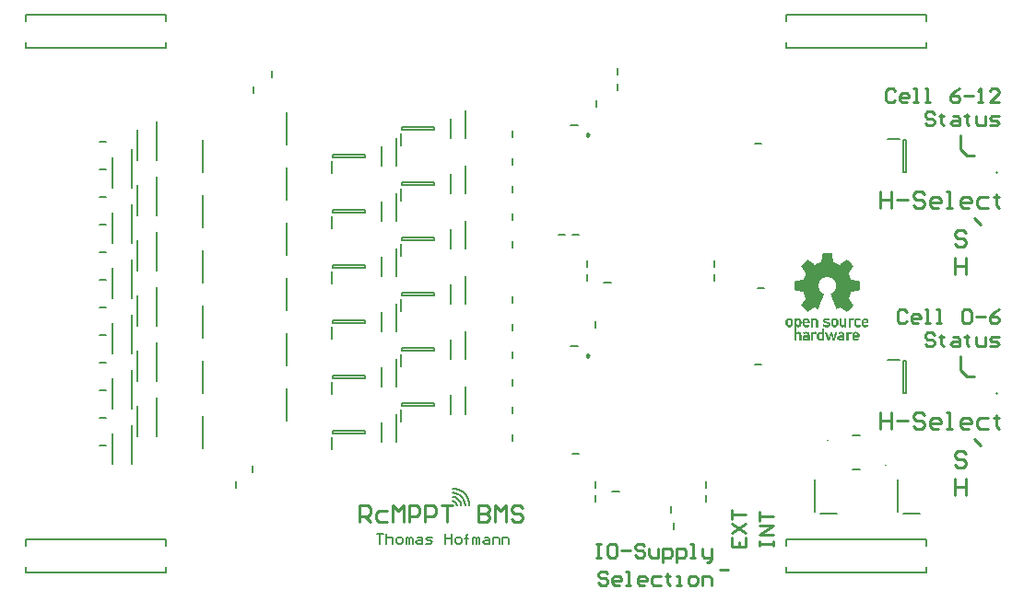
<source format=gto>
G04*
G04 #@! TF.GenerationSoftware,Altium Limited,Altium Designer,21.6.4 (81)*
G04*
G04 Layer_Color=65535*
%FSLAX25Y25*%
%MOIN*%
G70*
G04*
G04 #@! TF.SameCoordinates,D21CAB57-D7DD-4798-A039-69392B5906F0*
G04*
G04*
G04 #@! TF.FilePolarity,Positive*
G04*
G01*
G75*
%ADD10C,0.00984*%
%ADD11C,0.00591*%
%ADD12C,0.00394*%
%ADD13C,0.00787*%
%ADD14C,0.01000*%
G36*
X323736Y124471D02*
Y124297D01*
Y124122D01*
Y123948D01*
Y123774D01*
X323910D01*
Y123599D01*
Y123425D01*
Y123250D01*
Y123076D01*
Y122901D01*
Y122727D01*
X324084D01*
Y122553D01*
Y122378D01*
Y122204D01*
Y122029D01*
Y121855D01*
X324259D01*
Y121680D01*
Y121506D01*
Y121332D01*
X324782D01*
Y121157D01*
X325131D01*
Y120983D01*
X325654D01*
Y120808D01*
X326003D01*
Y120634D01*
X326701D01*
Y120808D01*
X326875D01*
Y120983D01*
X327224D01*
Y121157D01*
X327398D01*
Y121332D01*
X327747D01*
Y121506D01*
X327922D01*
Y121680D01*
X328271D01*
Y121855D01*
X328445D01*
Y122029D01*
X328794D01*
Y122204D01*
X328968D01*
Y122378D01*
X329143D01*
Y122204D01*
X329491D01*
Y122029D01*
X329666D01*
Y121855D01*
X329840D01*
Y121680D01*
X330015D01*
Y121506D01*
X330189D01*
Y121332D01*
X330364D01*
Y121157D01*
X330538D01*
Y120983D01*
X330713D01*
Y120808D01*
X330887D01*
Y120634D01*
X331061D01*
Y120460D01*
X331236D01*
Y120285D01*
Y120111D01*
X331410D01*
Y119936D01*
X331236D01*
Y119762D01*
Y119588D01*
X331061D01*
Y119413D01*
X330887D01*
Y119239D01*
X330713D01*
Y119064D01*
Y118890D01*
X330538D01*
Y118715D01*
X330364D01*
Y118541D01*
Y118367D01*
X330189D01*
Y118192D01*
X330015D01*
Y118018D01*
Y117843D01*
X329840D01*
Y117669D01*
X329666D01*
Y117494D01*
Y117320D01*
Y117146D01*
X329840D01*
Y116971D01*
Y116797D01*
X330015D01*
Y116622D01*
Y116448D01*
Y116274D01*
X330189D01*
Y116099D01*
Y115925D01*
X330364D01*
Y115750D01*
Y115576D01*
X330538D01*
Y115401D01*
Y115227D01*
X330887D01*
Y115053D01*
X331759D01*
Y114878D01*
X332631D01*
Y114704D01*
X333503D01*
Y114529D01*
X333678D01*
Y114355D01*
Y114181D01*
Y114006D01*
Y113832D01*
Y113657D01*
Y113483D01*
Y113309D01*
Y113134D01*
Y112960D01*
Y112785D01*
Y112611D01*
Y112436D01*
Y112262D01*
Y112088D01*
Y111913D01*
Y111739D01*
Y111564D01*
Y111390D01*
X333503D01*
Y111215D01*
X332805D01*
Y111041D01*
X331759D01*
Y110867D01*
X330887D01*
Y110692D01*
X330538D01*
Y110518D01*
Y110343D01*
Y110169D01*
X330364D01*
Y109994D01*
Y109820D01*
X330189D01*
Y109646D01*
Y109471D01*
Y109297D01*
X330015D01*
Y109122D01*
Y108948D01*
X329840D01*
Y108774D01*
Y108599D01*
Y108425D01*
Y108250D01*
Y108076D01*
X330015D01*
Y107902D01*
Y107727D01*
X330189D01*
Y107553D01*
X330364D01*
Y107378D01*
Y107204D01*
X330538D01*
Y107029D01*
X330713D01*
Y106855D01*
Y106681D01*
X330887D01*
Y106506D01*
X331061D01*
Y106332D01*
X331236D01*
Y106157D01*
Y105983D01*
X331410D01*
Y105808D01*
X331236D01*
Y105634D01*
Y105460D01*
X331061D01*
Y105285D01*
X330887D01*
Y105111D01*
X330713D01*
Y104936D01*
X330538D01*
Y104762D01*
X330364D01*
Y104587D01*
X330189D01*
Y104413D01*
X330015D01*
Y104239D01*
X329840D01*
Y104064D01*
X329666D01*
Y103890D01*
X329491D01*
Y103715D01*
X329143D01*
Y103541D01*
X328968D01*
Y103715D01*
X328619D01*
Y103890D01*
X328445D01*
Y104064D01*
X328271D01*
Y104239D01*
X327922D01*
Y104413D01*
X327747D01*
Y104587D01*
X327398D01*
Y104762D01*
X327224D01*
Y104936D01*
X326875D01*
Y105111D01*
X326352D01*
Y104936D01*
X326003D01*
Y104762D01*
X325654D01*
Y104587D01*
X325306D01*
Y104762D01*
Y104936D01*
X325131D01*
Y105111D01*
Y105285D01*
Y105460D01*
X324957D01*
Y105634D01*
Y105808D01*
X324782D01*
Y105983D01*
Y106157D01*
X324608D01*
Y106332D01*
Y106506D01*
Y106681D01*
X324433D01*
Y106855D01*
Y107029D01*
X324259D01*
Y107204D01*
Y107378D01*
Y107553D01*
X324084D01*
Y107727D01*
Y107902D01*
X323910D01*
Y108076D01*
Y108250D01*
X323736D01*
Y108425D01*
Y108599D01*
Y108774D01*
X323561D01*
Y108948D01*
Y109122D01*
X323387D01*
Y109297D01*
Y109471D01*
Y109646D01*
X323213D01*
Y109820D01*
Y109994D01*
X323561D01*
Y110169D01*
X323736D01*
Y110343D01*
X323910D01*
Y110518D01*
X324259D01*
Y110692D01*
X324433D01*
Y110867D01*
Y111041D01*
X324608D01*
Y111215D01*
X324782D01*
Y111390D01*
Y111564D01*
X324957D01*
Y111739D01*
Y111913D01*
X325131D01*
Y112088D01*
Y112262D01*
Y112436D01*
Y112611D01*
Y112785D01*
Y112960D01*
Y113134D01*
Y113309D01*
Y113483D01*
Y113657D01*
Y113832D01*
Y114006D01*
X324957D01*
Y114181D01*
Y114355D01*
X324782D01*
Y114529D01*
Y114704D01*
X324608D01*
Y114878D01*
X324433D01*
Y115053D01*
X324259D01*
Y115227D01*
X324084D01*
Y115401D01*
X323910D01*
Y115576D01*
X323736D01*
Y115750D01*
X323387D01*
Y115925D01*
X322864D01*
Y116099D01*
X321119D01*
Y115925D01*
X320596D01*
Y115750D01*
X320247D01*
Y115576D01*
X320073D01*
Y115401D01*
X319899D01*
Y115227D01*
X319724D01*
Y115053D01*
X319550D01*
Y114878D01*
X319375D01*
Y114704D01*
X319201D01*
Y114529D01*
Y114355D01*
X319026D01*
Y114181D01*
Y114006D01*
Y113832D01*
X318852D01*
Y113657D01*
Y113483D01*
Y113309D01*
Y113134D01*
Y112960D01*
Y112785D01*
Y112611D01*
Y112436D01*
Y112262D01*
Y112088D01*
X319026D01*
Y111913D01*
Y111739D01*
Y111564D01*
X319201D01*
Y111390D01*
Y111215D01*
X319375D01*
Y111041D01*
X319550D01*
Y110867D01*
Y110692D01*
X319899D01*
Y110518D01*
X320073D01*
Y110343D01*
X320247D01*
Y110169D01*
X320422D01*
Y109994D01*
X320771D01*
Y109820D01*
Y109646D01*
Y109471D01*
X320596D01*
Y109297D01*
Y109122D01*
X320422D01*
Y108948D01*
Y108774D01*
Y108599D01*
X320247D01*
Y108425D01*
Y108250D01*
X320073D01*
Y108076D01*
Y107902D01*
X319899D01*
Y107727D01*
Y107553D01*
Y107378D01*
X319724D01*
Y107204D01*
Y107029D01*
X319550D01*
Y106855D01*
Y106681D01*
Y106506D01*
X319375D01*
Y106332D01*
Y106157D01*
X319201D01*
Y105983D01*
Y105808D01*
X319026D01*
Y105634D01*
Y105460D01*
Y105285D01*
X318852D01*
Y105111D01*
Y104936D01*
X318678D01*
Y104762D01*
Y104587D01*
X318329D01*
Y104762D01*
X317980D01*
Y104936D01*
X317806D01*
Y105111D01*
X317108D01*
Y104936D01*
X316759D01*
Y104762D01*
X316584D01*
Y104587D01*
X316410D01*
Y104413D01*
X316061D01*
Y104239D01*
X315887D01*
Y104064D01*
X315538D01*
Y103890D01*
X315364D01*
Y103715D01*
X315015D01*
Y103541D01*
X314840D01*
Y103715D01*
X314666D01*
Y103890D01*
X314492D01*
Y104064D01*
X314317D01*
Y104239D01*
X314143D01*
Y104413D01*
X313968D01*
Y104587D01*
X313794D01*
Y104762D01*
X313619D01*
Y104936D01*
X313445D01*
Y105111D01*
X313271D01*
Y105285D01*
X313096D01*
Y105460D01*
X312922D01*
Y105634D01*
X312747D01*
Y105808D01*
X312573D01*
Y105983D01*
X312747D01*
Y106157D01*
X312922D01*
Y106332D01*
Y106506D01*
X313096D01*
Y106681D01*
X313271D01*
Y106855D01*
Y107029D01*
X313445D01*
Y107204D01*
X313619D01*
Y107378D01*
Y107553D01*
X313794D01*
Y107727D01*
X313968D01*
Y107902D01*
X314143D01*
Y108076D01*
Y108250D01*
X314317D01*
Y108425D01*
Y108599D01*
X314143D01*
Y108774D01*
Y108948D01*
X313968D01*
Y109122D01*
Y109297D01*
Y109471D01*
X313794D01*
Y109646D01*
Y109820D01*
X313619D01*
Y109994D01*
Y110169D01*
Y110343D01*
X313445D01*
Y110518D01*
Y110692D01*
X313096D01*
Y110867D01*
X312224D01*
Y111041D01*
X311352D01*
Y111215D01*
X310480D01*
Y111390D01*
X310306D01*
Y111564D01*
Y111739D01*
Y111913D01*
Y112088D01*
Y112262D01*
Y112436D01*
Y112611D01*
Y112785D01*
Y112960D01*
Y113134D01*
Y113309D01*
Y113483D01*
Y113657D01*
Y113832D01*
Y114006D01*
Y114181D01*
Y114355D01*
Y114529D01*
X310480D01*
Y114704D01*
X311352D01*
Y114878D01*
X312224D01*
Y115053D01*
X313271D01*
Y115227D01*
X313445D01*
Y115401D01*
X313619D01*
Y115576D01*
Y115750D01*
X313794D01*
Y115925D01*
Y116099D01*
Y116274D01*
X313968D01*
Y116448D01*
Y116622D01*
X314143D01*
Y116797D01*
Y116971D01*
Y117146D01*
X314317D01*
Y117320D01*
Y117494D01*
Y117669D01*
X314143D01*
Y117843D01*
X313968D01*
Y118018D01*
Y118192D01*
X313794D01*
Y118367D01*
X313619D01*
Y118541D01*
Y118715D01*
X313445D01*
Y118890D01*
X313271D01*
Y119064D01*
Y119239D01*
X313096D01*
Y119413D01*
X312922D01*
Y119588D01*
Y119762D01*
X312747D01*
Y119936D01*
X312573D01*
Y120111D01*
X312747D01*
Y120285D01*
X312922D01*
Y120460D01*
X313096D01*
Y120634D01*
X313271D01*
Y120808D01*
X313445D01*
Y120983D01*
X313619D01*
Y121157D01*
X313794D01*
Y121332D01*
X313968D01*
Y121506D01*
X314143D01*
Y121680D01*
X314317D01*
Y121855D01*
X314492D01*
Y122029D01*
X314666D01*
Y122204D01*
X314840D01*
Y122378D01*
X315015D01*
Y122204D01*
X315364D01*
Y122029D01*
X315538D01*
Y121855D01*
X315887D01*
Y121680D01*
X316061D01*
Y121506D01*
X316236D01*
Y121332D01*
X316584D01*
Y121157D01*
X316759D01*
Y120983D01*
X317108D01*
Y120808D01*
X317282D01*
Y120634D01*
X317980D01*
Y120808D01*
X318329D01*
Y120983D01*
X318852D01*
Y121157D01*
X319201D01*
Y121332D01*
X319724D01*
Y121506D01*
Y121680D01*
X319899D01*
Y121855D01*
Y122029D01*
Y122204D01*
Y122378D01*
Y122553D01*
X320073D01*
Y122727D01*
Y122901D01*
Y123076D01*
Y123250D01*
Y123425D01*
Y123599D01*
X320247D01*
Y123774D01*
Y123948D01*
Y124122D01*
Y124297D01*
Y124471D01*
X320422D01*
Y124646D01*
X323736D01*
Y124471D01*
D02*
G37*
G36*
X311875Y101099D02*
X312224D01*
Y100925D01*
X312399D01*
Y100750D01*
X312573D01*
Y100576D01*
Y100401D01*
Y100227D01*
Y100053D01*
X312747D01*
Y99878D01*
Y99704D01*
Y99529D01*
Y99355D01*
Y99181D01*
X312573D01*
Y99006D01*
Y98832D01*
Y98657D01*
Y98483D01*
X312399D01*
Y98308D01*
X312224D01*
Y98134D01*
X311875D01*
Y97960D01*
X311178D01*
Y98134D01*
X310829D01*
Y97960D01*
Y97785D01*
Y97611D01*
Y97436D01*
Y97262D01*
Y97088D01*
Y96913D01*
Y96739D01*
Y96564D01*
Y96390D01*
Y96215D01*
Y96041D01*
X311003D01*
Y96215D01*
X311526D01*
Y96390D01*
X311701D01*
Y96215D01*
X312050D01*
Y96041D01*
X312399D01*
Y95867D01*
Y95692D01*
X312573D01*
Y95518D01*
Y95343D01*
Y95169D01*
X312747D01*
Y94994D01*
Y94820D01*
Y94646D01*
Y94471D01*
Y94297D01*
Y94122D01*
Y93948D01*
Y93774D01*
Y93599D01*
Y93425D01*
Y93250D01*
X312573D01*
Y93076D01*
X311875D01*
Y93250D01*
Y93425D01*
Y93599D01*
Y93774D01*
Y93948D01*
Y94122D01*
Y94297D01*
Y94471D01*
Y94646D01*
Y94820D01*
Y94994D01*
Y95169D01*
Y95343D01*
X311701D01*
Y95518D01*
X311003D01*
Y95343D01*
X310829D01*
Y95169D01*
Y94994D01*
Y94820D01*
Y94646D01*
Y94471D01*
Y94297D01*
Y94122D01*
Y93948D01*
Y93774D01*
Y93599D01*
Y93425D01*
Y93250D01*
Y93076D01*
X310131D01*
Y93250D01*
Y93425D01*
Y93599D01*
Y93774D01*
Y93948D01*
Y94122D01*
Y94297D01*
Y94471D01*
Y94646D01*
Y94820D01*
Y94994D01*
Y95169D01*
Y95343D01*
Y95518D01*
Y95692D01*
Y95867D01*
Y96041D01*
Y96215D01*
Y96390D01*
Y96564D01*
Y96739D01*
Y96913D01*
Y97088D01*
Y97262D01*
Y97436D01*
Y97611D01*
Y97785D01*
Y97960D01*
Y98134D01*
Y98308D01*
Y98483D01*
Y98657D01*
Y98832D01*
Y99006D01*
Y99181D01*
Y99355D01*
Y99529D01*
Y99704D01*
Y99878D01*
Y100053D01*
Y100227D01*
Y100401D01*
Y100576D01*
Y100750D01*
Y100925D01*
Y101099D01*
Y101274D01*
X310829D01*
Y101099D01*
X311178D01*
Y101274D01*
X311875D01*
Y101099D01*
D02*
G37*
G36*
X331410D02*
X331759D01*
Y100925D01*
Y100750D01*
X331585D01*
Y100576D01*
X331410D01*
Y100401D01*
X331236D01*
Y100576D01*
X330713D01*
Y100401D01*
X330538D01*
Y100227D01*
X330364D01*
Y100053D01*
Y99878D01*
Y99704D01*
Y99529D01*
Y99355D01*
Y99181D01*
Y99006D01*
Y98832D01*
Y98657D01*
Y98483D01*
Y98308D01*
Y98134D01*
Y97960D01*
X329666D01*
Y98134D01*
Y98308D01*
Y98483D01*
Y98657D01*
Y98832D01*
Y99006D01*
Y99181D01*
Y99355D01*
Y99529D01*
Y99704D01*
Y99878D01*
Y100053D01*
Y100227D01*
Y100401D01*
Y100576D01*
Y100750D01*
Y100925D01*
Y101099D01*
Y101274D01*
X330364D01*
Y101099D01*
Y100925D01*
X330538D01*
Y101099D01*
X330713D01*
Y101274D01*
X331410D01*
Y101099D01*
D02*
G37*
G36*
X317980D02*
X318329D01*
Y100925D01*
X318503D01*
Y100750D01*
Y100576D01*
X318678D01*
Y100401D01*
Y100227D01*
Y100053D01*
Y99878D01*
Y99704D01*
Y99529D01*
Y99355D01*
Y99181D01*
Y99006D01*
Y98832D01*
Y98657D01*
Y98483D01*
Y98308D01*
Y98134D01*
Y97960D01*
X317980D01*
Y98134D01*
Y98308D01*
Y98483D01*
Y98657D01*
Y98832D01*
Y99006D01*
Y99181D01*
Y99355D01*
Y99529D01*
Y99704D01*
Y99878D01*
Y100053D01*
Y100227D01*
X317806D01*
Y100401D01*
X317631D01*
Y100576D01*
X317108D01*
Y100401D01*
X316933D01*
Y100227D01*
Y100053D01*
X316759D01*
Y99878D01*
Y99704D01*
Y99529D01*
Y99355D01*
Y99181D01*
Y99006D01*
Y98832D01*
Y98657D01*
Y98483D01*
Y98308D01*
Y98134D01*
Y97960D01*
X316061D01*
Y98134D01*
Y98308D01*
Y98483D01*
Y98657D01*
Y98832D01*
Y99006D01*
Y99181D01*
Y99355D01*
Y99529D01*
Y99704D01*
Y99878D01*
Y100053D01*
Y100227D01*
Y100401D01*
Y100576D01*
Y100750D01*
Y100925D01*
Y101099D01*
Y101274D01*
X316759D01*
Y101099D01*
Y100925D01*
X316933D01*
Y101099D01*
X317282D01*
Y101274D01*
X317980D01*
Y101099D01*
D02*
G37*
G36*
X322166D02*
X322689D01*
Y100925D01*
X322864D01*
Y100750D01*
Y100576D01*
X322689D01*
Y100401D01*
X322166D01*
Y100576D01*
X321294D01*
Y100401D01*
Y100227D01*
Y100053D01*
X321991D01*
Y99878D01*
X322689D01*
Y99704D01*
X322864D01*
Y99529D01*
X323038D01*
Y99355D01*
Y99181D01*
Y99006D01*
Y98832D01*
Y98657D01*
Y98483D01*
X322864D01*
Y98308D01*
X322689D01*
Y98134D01*
X322340D01*
Y97960D01*
X321119D01*
Y98134D01*
X320771D01*
Y98308D01*
X320596D01*
Y98483D01*
X320422D01*
Y98657D01*
Y98832D01*
X320596D01*
Y99006D01*
X320945D01*
Y98832D01*
X321294D01*
Y98657D01*
X322166D01*
Y98832D01*
X322340D01*
Y99006D01*
Y99181D01*
X321991D01*
Y99355D01*
X320945D01*
Y99529D01*
X320771D01*
Y99704D01*
X320596D01*
Y99878D01*
Y100053D01*
Y100227D01*
Y100401D01*
Y100576D01*
Y100750D01*
X320771D01*
Y100925D01*
X320945D01*
Y101099D01*
X321294D01*
Y101274D01*
X322166D01*
Y101099D01*
D02*
G37*
G36*
X333503D02*
X333852D01*
Y100925D01*
X334201D01*
Y100750D01*
Y100576D01*
Y100401D01*
X333852D01*
Y100227D01*
X333678D01*
Y100401D01*
X333329D01*
Y100576D01*
X332805D01*
Y100401D01*
X332631D01*
Y100227D01*
X332457D01*
Y100053D01*
Y99878D01*
Y99704D01*
Y99529D01*
Y99355D01*
Y99181D01*
Y99006D01*
X332631D01*
Y98832D01*
X332805D01*
Y98657D01*
X333329D01*
Y98832D01*
X333678D01*
Y99006D01*
X333852D01*
Y98832D01*
X334026D01*
Y98657D01*
X334201D01*
Y98483D01*
Y98308D01*
X333852D01*
Y98134D01*
X333678D01*
Y97960D01*
X332631D01*
Y98134D01*
X332282D01*
Y98308D01*
X332108D01*
Y98483D01*
X331933D01*
Y98657D01*
Y98832D01*
X331759D01*
Y99006D01*
Y99181D01*
Y99355D01*
Y99529D01*
Y99704D01*
Y99878D01*
Y100053D01*
Y100227D01*
Y100401D01*
X331933D01*
Y100576D01*
Y100750D01*
X332108D01*
Y100925D01*
X332282D01*
Y101099D01*
X332805D01*
Y101274D01*
X333503D01*
Y101099D01*
D02*
G37*
G36*
X328968D02*
Y100925D01*
Y100750D01*
Y100576D01*
Y100401D01*
Y100227D01*
Y100053D01*
Y99878D01*
Y99704D01*
Y99529D01*
Y99355D01*
Y99181D01*
Y99006D01*
Y98832D01*
Y98657D01*
Y98483D01*
Y98308D01*
Y98134D01*
Y97960D01*
X328271D01*
Y98134D01*
X327922D01*
Y97960D01*
X327224D01*
Y98134D01*
X326875D01*
Y98308D01*
X326701D01*
Y98483D01*
X326526D01*
Y98657D01*
Y98832D01*
Y99006D01*
Y99181D01*
Y99355D01*
Y99529D01*
Y99704D01*
Y99878D01*
Y100053D01*
Y100227D01*
Y100401D01*
Y100576D01*
Y100750D01*
Y100925D01*
Y101099D01*
Y101274D01*
X327224D01*
Y101099D01*
Y100925D01*
Y100750D01*
Y100576D01*
Y100401D01*
Y100227D01*
Y100053D01*
Y99878D01*
Y99704D01*
Y99529D01*
Y99355D01*
Y99181D01*
Y99006D01*
Y98832D01*
X327573D01*
Y98657D01*
X328096D01*
Y98832D01*
X328271D01*
Y99006D01*
Y99181D01*
Y99355D01*
Y99529D01*
Y99704D01*
Y99878D01*
Y100053D01*
Y100227D01*
Y100401D01*
Y100576D01*
Y100750D01*
Y100925D01*
Y101099D01*
Y101274D01*
X328968D01*
Y101099D01*
D02*
G37*
G36*
X336119D02*
X336468D01*
Y100925D01*
X336643D01*
Y100750D01*
X336817D01*
Y100576D01*
X336992D01*
Y100401D01*
Y100227D01*
Y100053D01*
Y99878D01*
Y99704D01*
Y99529D01*
Y99355D01*
X335073D01*
Y99181D01*
Y99006D01*
X335247D01*
Y98832D01*
X335422D01*
Y98657D01*
X336119D01*
Y98832D01*
X336817D01*
Y98657D01*
X336992D01*
Y98483D01*
X336817D01*
Y98308D01*
X336643D01*
Y98134D01*
X336294D01*
Y97960D01*
X335247D01*
Y98134D01*
X334898D01*
Y98308D01*
X334724D01*
Y98483D01*
X334550D01*
Y98657D01*
Y98832D01*
Y99006D01*
X334375D01*
Y99181D01*
Y99355D01*
Y99529D01*
Y99704D01*
Y99878D01*
Y100053D01*
Y100227D01*
X334550D01*
Y100401D01*
Y100576D01*
X334724D01*
Y100750D01*
Y100925D01*
X335073D01*
Y101099D01*
X335247D01*
Y101274D01*
X336119D01*
Y101099D01*
D02*
G37*
G36*
X325131D02*
X325480D01*
Y100925D01*
X325654D01*
Y100750D01*
X325829D01*
Y100576D01*
Y100401D01*
X326003D01*
Y100227D01*
Y100053D01*
Y99878D01*
Y99704D01*
Y99529D01*
Y99355D01*
Y99181D01*
Y99006D01*
Y98832D01*
X325829D01*
Y98657D01*
Y98483D01*
X325654D01*
Y98308D01*
X325480D01*
Y98134D01*
X325131D01*
Y97960D01*
X324259D01*
Y98134D01*
X323910D01*
Y98308D01*
X323736D01*
Y98483D01*
X323561D01*
Y98657D01*
X323387D01*
Y98832D01*
Y99006D01*
Y99181D01*
Y99355D01*
Y99529D01*
Y99704D01*
Y99878D01*
Y100053D01*
Y100227D01*
Y100401D01*
Y100576D01*
X323561D01*
Y100750D01*
X323736D01*
Y100925D01*
X323910D01*
Y101099D01*
X324259D01*
Y101274D01*
X325131D01*
Y101099D01*
D02*
G37*
G36*
X314666D02*
X315015D01*
Y100925D01*
X315364D01*
Y100750D01*
Y100576D01*
X315538D01*
Y100401D01*
Y100227D01*
Y100053D01*
X315712D01*
Y99878D01*
Y99704D01*
Y99529D01*
Y99355D01*
X313794D01*
Y99181D01*
Y99006D01*
Y98832D01*
X313968D01*
Y98657D01*
X314840D01*
Y98832D01*
X315364D01*
Y98657D01*
X315538D01*
Y98483D01*
Y98308D01*
X315364D01*
Y98134D01*
X315015D01*
Y97960D01*
X313968D01*
Y98134D01*
X313619D01*
Y98308D01*
X313445D01*
Y98483D01*
X313271D01*
Y98657D01*
X313096D01*
Y98832D01*
Y99006D01*
Y99181D01*
Y99355D01*
X312922D01*
Y99529D01*
Y99704D01*
Y99878D01*
X313096D01*
Y100053D01*
Y100227D01*
Y100401D01*
Y100576D01*
X313271D01*
Y100750D01*
X313445D01*
Y100925D01*
X313619D01*
Y101099D01*
X313968D01*
Y101274D01*
X314666D01*
Y101099D01*
D02*
G37*
G36*
X308736D02*
X309085D01*
Y100925D01*
X309259D01*
Y100750D01*
X309433D01*
Y100576D01*
Y100401D01*
X309608D01*
Y100227D01*
Y100053D01*
Y99878D01*
Y99704D01*
Y99529D01*
Y99355D01*
Y99181D01*
Y99006D01*
Y98832D01*
X309433D01*
Y98657D01*
Y98483D01*
X309259D01*
Y98308D01*
X309085D01*
Y98134D01*
X308736D01*
Y97960D01*
X307864D01*
Y98134D01*
X307515D01*
Y98308D01*
X307340D01*
Y98483D01*
X307166D01*
Y98657D01*
Y98832D01*
X306992D01*
Y99006D01*
Y99181D01*
Y99355D01*
Y99529D01*
Y99704D01*
Y99878D01*
Y100053D01*
Y100227D01*
Y100401D01*
X307166D01*
Y100576D01*
Y100750D01*
X307340D01*
Y100925D01*
X307515D01*
Y101099D01*
X307864D01*
Y101274D01*
X308736D01*
Y101099D01*
D02*
G37*
G36*
X330887Y96041D02*
X331061D01*
Y95867D01*
X330887D01*
Y95692D01*
X330713D01*
Y95518D01*
X329666D01*
Y95343D01*
Y95169D01*
Y94994D01*
Y94820D01*
Y94646D01*
Y94471D01*
Y94297D01*
Y94122D01*
Y93948D01*
Y93774D01*
Y93599D01*
Y93425D01*
Y93250D01*
X329491D01*
Y93076D01*
X328794D01*
Y93250D01*
Y93425D01*
Y93599D01*
Y93774D01*
Y93948D01*
Y94122D01*
Y94297D01*
Y94471D01*
Y94646D01*
Y94820D01*
Y94994D01*
Y95169D01*
Y95343D01*
Y95518D01*
Y95692D01*
Y95867D01*
Y96041D01*
Y96215D01*
X329666D01*
Y96041D01*
X329840D01*
Y96215D01*
X330887D01*
Y96041D01*
D02*
G37*
G36*
X320945Y97436D02*
Y97262D01*
Y97088D01*
Y96913D01*
Y96739D01*
Y96564D01*
Y96390D01*
Y96215D01*
Y96041D01*
Y95867D01*
Y95692D01*
Y95518D01*
Y95343D01*
Y95169D01*
Y94994D01*
Y94820D01*
Y94646D01*
Y94471D01*
Y94297D01*
Y94122D01*
Y93948D01*
Y93774D01*
Y93599D01*
Y93425D01*
Y93250D01*
Y93076D01*
X320247D01*
Y93250D01*
X319899D01*
Y93076D01*
X318852D01*
Y93250D01*
X318678D01*
Y93425D01*
X318503D01*
Y93599D01*
Y93774D01*
X318329D01*
Y93948D01*
Y94122D01*
Y94297D01*
Y94471D01*
Y94646D01*
Y94820D01*
Y94994D01*
Y95169D01*
Y95343D01*
Y95518D01*
X318503D01*
Y95692D01*
Y95867D01*
X318678D01*
Y96041D01*
X318852D01*
Y96215D01*
X319375D01*
Y96390D01*
X319550D01*
Y96215D01*
X320073D01*
Y96041D01*
X320247D01*
Y96215D01*
Y96390D01*
Y96564D01*
Y96739D01*
Y96913D01*
Y97088D01*
Y97262D01*
Y97436D01*
Y97611D01*
X320945D01*
Y97436D01*
D02*
G37*
G36*
X317806Y96215D02*
X318329D01*
Y96041D01*
Y95867D01*
X318154D01*
Y95692D01*
Y95518D01*
X317108D01*
Y95343D01*
X316933D01*
Y95169D01*
Y94994D01*
Y94820D01*
Y94646D01*
Y94471D01*
Y94297D01*
Y94122D01*
Y93948D01*
Y93774D01*
Y93599D01*
Y93425D01*
Y93250D01*
Y93076D01*
X316236D01*
Y93250D01*
Y93425D01*
Y93599D01*
Y93774D01*
Y93948D01*
Y94122D01*
Y94297D01*
Y94471D01*
Y94646D01*
Y94820D01*
Y94994D01*
Y95169D01*
Y95343D01*
Y95518D01*
Y95692D01*
Y95867D01*
Y96041D01*
Y96215D01*
X316933D01*
Y96041D01*
X317108D01*
Y96215D01*
X317631D01*
Y96390D01*
X317806D01*
Y96215D01*
D02*
G37*
G36*
X325654Y96041D02*
Y95867D01*
X325480D01*
Y95692D01*
Y95518D01*
Y95343D01*
Y95169D01*
X325306D01*
Y94994D01*
Y94820D01*
Y94646D01*
X325131D01*
Y94471D01*
Y94297D01*
Y94122D01*
X324957D01*
Y93948D01*
Y93774D01*
Y93599D01*
X324782D01*
Y93425D01*
Y93250D01*
Y93076D01*
X324084D01*
Y93250D01*
X323910D01*
Y93425D01*
Y93599D01*
Y93774D01*
Y93948D01*
X323736D01*
Y94122D01*
Y94297D01*
Y94471D01*
X323561D01*
Y94646D01*
Y94820D01*
Y94994D01*
X323387D01*
Y94820D01*
Y94646D01*
X323213D01*
Y94471D01*
Y94297D01*
Y94122D01*
X323038D01*
Y93948D01*
Y93774D01*
Y93599D01*
X322864D01*
Y93425D01*
Y93250D01*
Y93076D01*
X322166D01*
Y93250D01*
Y93425D01*
X321991D01*
Y93599D01*
Y93774D01*
Y93948D01*
X321817D01*
Y94122D01*
Y94297D01*
Y94471D01*
X321643D01*
Y94646D01*
Y94820D01*
Y94994D01*
X321468D01*
Y95169D01*
Y95343D01*
Y95518D01*
X321294D01*
Y95692D01*
Y95867D01*
Y96041D01*
Y96215D01*
X321991D01*
Y96041D01*
Y95867D01*
Y95692D01*
X322166D01*
Y95518D01*
Y95343D01*
Y95169D01*
X322340D01*
Y94994D01*
Y94820D01*
Y94646D01*
Y94471D01*
X322689D01*
Y94646D01*
Y94820D01*
Y94994D01*
X322864D01*
Y95169D01*
Y95343D01*
Y95518D01*
X323038D01*
Y95692D01*
Y95867D01*
Y96041D01*
X323213D01*
Y96215D01*
X323736D01*
Y96041D01*
Y95867D01*
X323910D01*
Y95692D01*
Y95518D01*
Y95343D01*
X324084D01*
Y95169D01*
Y94994D01*
Y94820D01*
X324259D01*
Y94646D01*
Y94471D01*
Y94297D01*
X324433D01*
Y94471D01*
Y94646D01*
X324608D01*
Y94820D01*
Y94994D01*
Y95169D01*
Y95343D01*
X324782D01*
Y95518D01*
Y95692D01*
Y95867D01*
Y96041D01*
X324957D01*
Y96215D01*
X325654D01*
Y96041D01*
D02*
G37*
G36*
X332457Y96215D02*
X332980D01*
Y96041D01*
X333154D01*
Y95867D01*
X333329D01*
Y95692D01*
X333503D01*
Y95518D01*
Y95343D01*
X333678D01*
Y95169D01*
Y94994D01*
Y94820D01*
Y94646D01*
Y94471D01*
X333503D01*
Y94297D01*
X331759D01*
Y94122D01*
Y93948D01*
X331933D01*
Y93774D01*
X332805D01*
Y93948D01*
X333329D01*
Y93774D01*
X333503D01*
Y93599D01*
Y93425D01*
X333329D01*
Y93250D01*
X332980D01*
Y93076D01*
X331759D01*
Y93250D01*
X331410D01*
Y93425D01*
X331236D01*
Y93599D01*
Y93774D01*
X331061D01*
Y93948D01*
Y94122D01*
Y94297D01*
Y94471D01*
Y94646D01*
Y94820D01*
Y94994D01*
Y95169D01*
Y95343D01*
Y95518D01*
X331236D01*
Y95692D01*
Y95867D01*
X331410D01*
Y96041D01*
X331759D01*
Y96215D01*
X332282D01*
Y96390D01*
X332457D01*
Y96215D01*
D02*
G37*
G36*
X327050D02*
X327747D01*
Y96041D01*
X327922D01*
Y95867D01*
X328096D01*
Y95692D01*
X328271D01*
Y95518D01*
Y95343D01*
Y95169D01*
Y94994D01*
Y94820D01*
Y94646D01*
Y94471D01*
Y94297D01*
Y94122D01*
Y93948D01*
Y93774D01*
Y93599D01*
Y93425D01*
Y93250D01*
Y93076D01*
X327573D01*
Y93250D01*
X327398D01*
Y93076D01*
X326178D01*
Y93250D01*
X326003D01*
Y93425D01*
X325829D01*
Y93599D01*
X325654D01*
Y93774D01*
Y93948D01*
Y94122D01*
Y94297D01*
Y94471D01*
X325829D01*
Y94646D01*
X326003D01*
Y94820D01*
X326352D01*
Y94994D01*
X327573D01*
Y95169D01*
Y95343D01*
Y95518D01*
X327224D01*
Y95692D01*
X326875D01*
Y95518D01*
X326003D01*
Y95692D01*
X325829D01*
Y95867D01*
X326003D01*
Y96041D01*
X326178D01*
Y96215D01*
X326875D01*
Y96390D01*
X327050D01*
Y96215D01*
D02*
G37*
G36*
X314492D02*
X315189D01*
Y96041D01*
X315364D01*
Y95867D01*
X315538D01*
Y95692D01*
Y95518D01*
Y95343D01*
Y95169D01*
X315712D01*
Y94994D01*
Y94820D01*
Y94646D01*
Y94471D01*
Y94297D01*
Y94122D01*
Y93948D01*
Y93774D01*
Y93599D01*
Y93425D01*
Y93250D01*
X315538D01*
Y93076D01*
X313619D01*
Y93250D01*
X313271D01*
Y93425D01*
X313096D01*
Y93599D01*
Y93774D01*
Y93948D01*
Y94122D01*
Y94297D01*
Y94471D01*
X313271D01*
Y94646D01*
Y94820D01*
X313619D01*
Y94994D01*
X314840D01*
Y95169D01*
Y95343D01*
Y95518D01*
X314492D01*
Y95692D01*
X314143D01*
Y95518D01*
X313794D01*
Y95343D01*
X313619D01*
Y95518D01*
X313445D01*
Y95692D01*
X313271D01*
Y95867D01*
Y96041D01*
X313445D01*
Y96215D01*
X314143D01*
Y96390D01*
X314492D01*
Y96215D01*
D02*
G37*
%LPC*%
G36*
X311526Y100576D02*
X311178D01*
Y100401D01*
X311003D01*
Y100227D01*
X310829D01*
Y100053D01*
Y99878D01*
Y99704D01*
Y99529D01*
Y99355D01*
Y99181D01*
Y99006D01*
X311003D01*
Y98832D01*
X311178D01*
Y98657D01*
X311701D01*
Y98832D01*
X311875D01*
Y99006D01*
Y99181D01*
Y99355D01*
Y99529D01*
Y99704D01*
Y99878D01*
Y100053D01*
Y100227D01*
Y100401D01*
X311526D01*
Y100576D01*
D02*
G37*
G36*
X336119D02*
X335422D01*
Y100401D01*
X335247D01*
Y100227D01*
X335073D01*
Y100053D01*
Y99878D01*
X336294D01*
Y100053D01*
Y100227D01*
X336119D01*
Y100401D01*
Y100576D01*
D02*
G37*
G36*
X324957D02*
X324433D01*
Y100401D01*
X324259D01*
Y100227D01*
X324084D01*
Y100053D01*
Y99878D01*
Y99704D01*
Y99529D01*
Y99355D01*
Y99181D01*
Y99006D01*
X324259D01*
Y98832D01*
X324433D01*
Y98657D01*
X324957D01*
Y98832D01*
X325131D01*
Y99006D01*
X325306D01*
Y99181D01*
Y99355D01*
Y99529D01*
Y99704D01*
Y99878D01*
Y100053D01*
Y100227D01*
X325131D01*
Y100401D01*
X324957D01*
Y100576D01*
D02*
G37*
G36*
X314666D02*
X313968D01*
Y100401D01*
X313794D01*
Y100227D01*
Y100053D01*
Y99878D01*
X314840D01*
Y100053D01*
Y100227D01*
Y100401D01*
X314666D01*
Y100576D01*
D02*
G37*
G36*
X308561D02*
X308038D01*
Y100401D01*
X307864D01*
Y100227D01*
X307689D01*
Y100053D01*
Y99878D01*
Y99704D01*
Y99529D01*
Y99355D01*
Y99181D01*
Y99006D01*
X307864D01*
Y98832D01*
X308038D01*
Y98657D01*
X308561D01*
Y98832D01*
X308736D01*
Y99006D01*
X308910D01*
Y99181D01*
Y99355D01*
Y99529D01*
Y99704D01*
Y99878D01*
Y100053D01*
Y100227D01*
X308736D01*
Y100401D01*
X308561D01*
Y100576D01*
D02*
G37*
G36*
X320073Y95518D02*
X319201D01*
Y95343D01*
Y95169D01*
X319026D01*
Y94994D01*
Y94820D01*
Y94646D01*
Y94471D01*
Y94297D01*
Y94122D01*
X319201D01*
Y93948D01*
Y93774D01*
X320073D01*
Y93948D01*
Y94122D01*
X320247D01*
Y94297D01*
Y94471D01*
Y94646D01*
Y94820D01*
Y94994D01*
Y95169D01*
X320073D01*
Y95343D01*
Y95518D01*
D02*
G37*
G36*
X332457Y95692D02*
X332282D01*
Y95518D01*
X331933D01*
Y95343D01*
X331759D01*
Y95169D01*
Y94994D01*
X332980D01*
Y95169D01*
X332805D01*
Y95343D01*
Y95518D01*
X332457D01*
Y95692D01*
D02*
G37*
G36*
X327573Y94297D02*
X326352D01*
Y94122D01*
Y93948D01*
Y93774D01*
X327398D01*
Y93948D01*
X327573D01*
Y94122D01*
Y94297D01*
D02*
G37*
G36*
X314840D02*
X313794D01*
Y94122D01*
Y93948D01*
Y93774D01*
X314840D01*
Y93948D01*
Y94122D01*
Y94297D01*
D02*
G37*
%LPD*%
D10*
X235984Y87717D02*
X235246Y88143D01*
Y87290D01*
X235984Y87717D01*
Y167717D02*
X235246Y168143D01*
Y167290D01*
X235984Y167717D01*
X195984Y33388D02*
Y27484D01*
X198936D01*
X199920Y28468D01*
Y29452D01*
X198936Y30436D01*
X195984D01*
X198936D01*
X199920Y31420D01*
Y32404D01*
X198936Y33388D01*
X195984D01*
X201888Y27484D02*
Y33388D01*
X203856Y31420D01*
X205824Y33388D01*
Y27484D01*
X211727Y32404D02*
X210743Y33388D01*
X208775D01*
X207791Y32404D01*
Y31420D01*
X208775Y30436D01*
X210743D01*
X211727Y29452D01*
Y28468D01*
X210743Y27484D01*
X208775D01*
X207791Y28468D01*
X152984Y27484D02*
Y33388D01*
X155936D01*
X156920Y32404D01*
Y30436D01*
X155936Y29452D01*
X152984D01*
X154952D02*
X156920Y27484D01*
X162824Y31420D02*
X159872D01*
X158888Y30436D01*
Y28468D01*
X159872Y27484D01*
X162824D01*
X164791D02*
Y33388D01*
X166759Y31420D01*
X168727Y33388D01*
Y27484D01*
X170695D02*
Y33388D01*
X173647D01*
X174631Y32404D01*
Y30436D01*
X173647Y29452D01*
X170695D01*
X176599Y27484D02*
Y33388D01*
X179550D01*
X180534Y32404D01*
Y30436D01*
X179550Y29452D01*
X176599D01*
X182502Y33388D02*
X186438D01*
X184470D01*
Y27484D01*
D11*
X188000Y33500D02*
X187561Y34561D01*
X186500Y35000D01*
X189500Y33500D02*
X189353Y34427D01*
X188927Y35263D01*
X188263Y35927D01*
X187427Y36353D01*
X186500Y36500D01*
X191000Y33500D02*
X190887Y34501D01*
X190554Y35452D01*
X190018Y36306D01*
X189306Y37018D01*
X188452Y37554D01*
X187501Y37887D01*
X186500Y38000D01*
X192500Y33500D02*
X192409Y34542D01*
X192138Y35552D01*
X191696Y36500D01*
X191096Y37357D01*
X190357Y38096D01*
X189500Y38696D01*
X188552Y39138D01*
X187542Y39409D01*
X186500Y39500D01*
X159090Y23133D02*
X161452D01*
X160271D01*
Y19590D01*
X162633Y23133D02*
Y19590D01*
Y21362D01*
X163223Y21952D01*
X164404D01*
X164994Y21362D01*
Y19590D01*
X166765D02*
X167946D01*
X168536Y20181D01*
Y21362D01*
X167946Y21952D01*
X166765D01*
X166175Y21362D01*
Y20181D01*
X166765Y19590D01*
X169717D02*
Y21952D01*
X170307D01*
X170898Y21362D01*
Y19590D01*
Y21362D01*
X171488Y21952D01*
X172079Y21362D01*
Y19590D01*
X173849Y21952D02*
X175030D01*
X175621Y21362D01*
Y19590D01*
X173849D01*
X173259Y20181D01*
X173849Y20771D01*
X175621D01*
X176801Y19590D02*
X178572D01*
X179163Y20181D01*
X178572Y20771D01*
X177392D01*
X176801Y21362D01*
X177392Y21952D01*
X179163D01*
X183886Y23133D02*
Y19590D01*
Y21362D01*
X186247D01*
Y23133D01*
Y19590D01*
X188018D02*
X189199D01*
X189789Y20181D01*
Y21362D01*
X189199Y21952D01*
X188018D01*
X187428Y21362D01*
Y20181D01*
X188018Y19590D01*
X191560D02*
Y22542D01*
Y21362D01*
X190970D01*
X192151D01*
X191560D01*
Y22542D01*
X192151Y23133D01*
X193922Y19590D02*
Y21952D01*
X194512D01*
X195103Y21362D01*
Y19590D01*
Y21362D01*
X195693Y21952D01*
X196283Y21362D01*
Y19590D01*
X198054Y21952D02*
X199235D01*
X199825Y21362D01*
Y19590D01*
X198054D01*
X197464Y20181D01*
X198054Y20771D01*
X199825D01*
X201006Y19590D02*
Y21952D01*
X202777D01*
X203367Y21362D01*
Y19590D01*
X204548D02*
Y21952D01*
X206319D01*
X206910Y21362D01*
Y19590D01*
D12*
X342728Y48000D02*
X343122D01*
X342728D01*
X321878Y57000D02*
X322272D01*
X321878D01*
D13*
X317500Y31291D02*
Y42709D01*
X319500Y30500D02*
X325406D01*
X347500Y31291D02*
Y42709D01*
X349500Y30500D02*
X355405D01*
X82953Y198996D02*
Y201063D01*
Y208937D02*
Y211004D01*
X32047Y198996D02*
Y201063D01*
Y208937D02*
Y211004D01*
X82953D01*
X32047Y198996D02*
X82953D01*
X307047D02*
X357953D01*
X307047Y211004D02*
X357953D01*
X307047Y208937D02*
Y211004D01*
Y198996D02*
Y201063D01*
X357953Y208937D02*
Y211004D01*
Y198996D02*
Y201063D01*
Y8996D02*
Y11063D01*
Y18937D02*
Y21004D01*
X307047Y8996D02*
Y11063D01*
Y18937D02*
Y21004D01*
X357953D01*
X307047Y8996D02*
X357953D01*
X32047D02*
X82953D01*
X32047Y21004D02*
X82953D01*
X32047Y18937D02*
Y21004D01*
Y8996D02*
Y11063D01*
X82953Y18937D02*
Y21004D01*
Y8996D02*
Y11063D01*
X229319Y171000D02*
X231681D01*
X331319Y46350D02*
X333681D01*
X331319Y58650D02*
X333681D01*
X208000Y136819D02*
Y139181D01*
Y146819D02*
Y149181D01*
X143291Y119409D02*
Y120591D01*
X154709D01*
Y119409D02*
Y120591D01*
X143291Y119409D02*
X154709D01*
X142957Y113701D02*
Y118032D01*
X96000Y114291D02*
Y125709D01*
X126500Y164291D02*
Y175709D01*
X58819Y55000D02*
X61181D01*
X191059Y166555D02*
Y176543D01*
X185941Y166555D02*
Y173445D01*
X166059Y156555D02*
Y166543D01*
X160941Y156555D02*
Y163445D01*
X191059Y146555D02*
Y156543D01*
X185941Y146555D02*
Y153445D01*
X166059Y136555D02*
Y146543D01*
X160941Y136555D02*
Y143445D01*
X191059Y126555D02*
Y136543D01*
X185941Y126555D02*
Y133445D01*
X166059Y116555D02*
Y126543D01*
X160941Y116555D02*
Y123445D01*
X191059Y106555D02*
Y116543D01*
X185941Y106555D02*
Y113445D01*
X166059Y96555D02*
Y106543D01*
X160941Y96555D02*
Y103445D01*
X191059Y86555D02*
Y96543D01*
X185941Y86555D02*
Y93445D01*
X166059Y76555D02*
Y86543D01*
X160941Y76555D02*
Y83445D01*
X191059Y66555D02*
Y76543D01*
X185941Y66555D02*
Y73445D01*
X166059Y56555D02*
Y66543D01*
X160941Y56555D02*
Y63445D01*
X167957Y163701D02*
Y168032D01*
X168291Y169409D02*
X179709D01*
Y170591D01*
X168291D02*
X179709D01*
X168291Y169409D02*
Y170591D01*
X72606Y158583D02*
Y169409D01*
X79394Y158583D02*
Y172480D01*
X58819Y165000D02*
X61181D01*
X96000Y154291D02*
Y165709D01*
X142957Y153701D02*
Y158031D01*
X143291Y159409D02*
X154709D01*
Y160591D01*
X143291D02*
X154709D01*
X143291Y159409D02*
Y160591D01*
X63606Y148583D02*
Y159409D01*
X70394Y148583D02*
Y162480D01*
X58819Y155000D02*
X61181D01*
X126500Y144291D02*
Y155709D01*
X167957Y143701D02*
Y148031D01*
X168291Y149409D02*
X179709D01*
Y150591D01*
X168291D02*
X179709D01*
X168291Y149409D02*
Y150591D01*
X72606Y138583D02*
Y149409D01*
X79394Y138583D02*
Y152480D01*
X58819Y145000D02*
X61181D01*
X96000Y134291D02*
Y145709D01*
X142957Y133701D02*
Y138031D01*
X143291Y139409D02*
X154709D01*
Y140591D01*
X143291D02*
X154709D01*
X143291Y139409D02*
Y140591D01*
X63606Y128583D02*
Y139409D01*
X70394Y128583D02*
Y142480D01*
X58819Y135000D02*
X61181D01*
X126500Y124291D02*
Y135709D01*
X167957Y123701D02*
Y128032D01*
X168291Y129409D02*
X179709D01*
Y130591D01*
X168291D02*
X179709D01*
X168291Y129409D02*
Y130591D01*
X72606Y118583D02*
Y129409D01*
X79394Y118583D02*
Y132480D01*
X58819Y125000D02*
X61181D01*
X63606Y108583D02*
Y119409D01*
X70394Y108583D02*
Y122480D01*
X58819Y115000D02*
X61181D01*
X126500Y104291D02*
Y115709D01*
X167957Y103701D02*
Y108031D01*
X168291Y109409D02*
X179709D01*
Y110591D01*
X168291D02*
X179709D01*
X168291Y109409D02*
Y110591D01*
X72606Y98587D02*
Y109413D01*
X79394Y98587D02*
Y112484D01*
X58819Y105000D02*
X61181D01*
X96000Y94291D02*
Y105709D01*
X142957Y93701D02*
Y98032D01*
X143291Y99410D02*
X154709D01*
Y100591D01*
X143291D02*
X154709D01*
X143291Y99410D02*
Y100591D01*
X63606Y88583D02*
Y99410D01*
X70394Y88583D02*
Y102480D01*
X58819Y95000D02*
X61181D01*
X126500Y84291D02*
Y95709D01*
X167957Y83701D02*
Y88032D01*
X168291Y89410D02*
X179709D01*
Y90591D01*
X168291D02*
X179709D01*
X168291Y89410D02*
Y90591D01*
X72606Y78583D02*
Y89410D01*
X79394Y78583D02*
Y92480D01*
X58819Y85000D02*
X61181D01*
X96000Y74291D02*
Y85709D01*
X142957Y73701D02*
Y78031D01*
X143291Y79409D02*
X154709D01*
Y80590D01*
X143291D02*
X154709D01*
X143291Y79409D02*
Y80590D01*
X63606Y68583D02*
Y79409D01*
X70394Y68583D02*
Y82480D01*
X58819Y75000D02*
X61181D01*
X126500Y64291D02*
Y75709D01*
X167957Y63701D02*
Y68032D01*
X168291Y69410D02*
X179709D01*
Y70591D01*
X168291D02*
X179709D01*
X168291Y69410D02*
Y70591D01*
X72606Y58583D02*
Y69410D01*
X79394Y58583D02*
Y72480D01*
X58819Y65000D02*
X61181D01*
X96000Y54291D02*
Y65709D01*
X142957Y53701D02*
Y58031D01*
X143291Y59409D02*
X154709D01*
Y60590D01*
X143291D02*
X154709D01*
X143291Y59409D02*
Y60590D01*
X63606Y48583D02*
Y59409D01*
X70394Y48583D02*
Y62480D01*
X296819Y112000D02*
X299181D01*
X343701Y166043D02*
X348031D01*
X349410Y154291D02*
Y165709D01*
Y154291D02*
X350590D01*
Y165709D01*
X349410D02*
X350590D01*
X238500Y177819D02*
Y180181D01*
X246000Y189319D02*
Y191681D01*
X114500Y182819D02*
Y185181D01*
X208000Y166819D02*
Y169181D01*
X246000Y183819D02*
Y186181D01*
X121000Y188319D02*
Y190681D01*
X208000Y156819D02*
Y159181D01*
Y126819D02*
Y129181D01*
X281000Y119819D02*
Y122181D01*
Y114819D02*
Y117181D01*
X241319Y114000D02*
X243681D01*
X295819Y164500D02*
X298181D01*
X235000Y114819D02*
Y117181D01*
Y119819D02*
Y122181D01*
X229819Y131500D02*
X232181D01*
X224819D02*
X227181D01*
X343701Y86043D02*
X348031D01*
X349410Y74291D02*
Y85709D01*
Y74291D02*
X350590D01*
Y85709D01*
X349410D02*
X350590D01*
X238000Y97819D02*
Y100181D01*
X229319Y91000D02*
X231681D01*
X108000Y39819D02*
Y42181D01*
X266500Y24819D02*
Y27181D01*
X208000Y106819D02*
Y109181D01*
X114000Y45319D02*
Y47681D01*
X265500Y30819D02*
Y33181D01*
X208000Y96819D02*
Y99181D01*
Y86819D02*
Y89181D01*
Y76819D02*
Y79181D01*
Y66819D02*
Y69181D01*
X278000Y39819D02*
Y42181D01*
Y34819D02*
Y37181D01*
X295819Y84500D02*
X298181D01*
X244319Y38500D02*
X246681D01*
X238000Y34819D02*
Y37181D01*
Y39819D02*
Y42181D01*
X229819Y52000D02*
X232181D01*
X208000Y56819D02*
Y59181D01*
D14*
X283000Y10000D02*
X286000D01*
X375000Y137500D02*
X377500Y135000D01*
X375000Y57500D02*
X377500Y55000D01*
X372500Y80000D02*
X375000D01*
X370000Y82500D02*
X372500Y80000D01*
X370000Y82500D02*
Y87500D01*
X372500Y160000D02*
X375000D01*
X370000Y162500D02*
X372500Y160000D01*
X370000Y162500D02*
Y167500D01*
X383000Y154000D02*
Y154200D01*
Y74000D02*
Y74200D01*
X350677Y103563D02*
X349844Y104396D01*
X348178D01*
X347345Y103563D01*
Y100231D01*
X348178Y99398D01*
X349844D01*
X350677Y100231D01*
X354843Y99398D02*
X353177D01*
X352344Y100231D01*
Y101897D01*
X353177Y102730D01*
X354843D01*
X355676Y101897D01*
Y101064D01*
X352344D01*
X357342Y99398D02*
X359008D01*
X358175D01*
Y104396D01*
X357342D01*
X361507Y99398D02*
X363173D01*
X362340D01*
Y104396D01*
X361507D01*
X370671Y103563D02*
X371504Y104396D01*
X373170D01*
X374003Y103563D01*
Y100231D01*
X373170Y99398D01*
X371504D01*
X370671Y100231D01*
Y103563D01*
X375669Y101897D02*
X379002D01*
X384000Y104396D02*
X382334Y103563D01*
X380668Y101897D01*
Y100231D01*
X381501Y99398D01*
X383167D01*
X384000Y100231D01*
Y101064D01*
X383167Y101897D01*
X380668D01*
X360674Y95165D02*
X359841Y95998D01*
X358175D01*
X357342Y95165D01*
Y94332D01*
X358175Y93499D01*
X359841D01*
X360674Y92666D01*
Y91833D01*
X359841Y91000D01*
X358175D01*
X357342Y91833D01*
X363173Y95165D02*
Y94332D01*
X362340D01*
X364006D01*
X363173D01*
Y91833D01*
X364006Y91000D01*
X367339Y94332D02*
X369005D01*
X369838Y93499D01*
Y91000D01*
X367339D01*
X366506Y91833D01*
X367339Y92666D01*
X369838D01*
X372337Y95165D02*
Y94332D01*
X371504D01*
X373170D01*
X372337D01*
Y91833D01*
X373170Y91000D01*
X375669Y94332D02*
Y91833D01*
X376502Y91000D01*
X379002D01*
Y94332D01*
X380668Y91000D02*
X383167D01*
X384000Y91833D01*
X383167Y92666D01*
X381501D01*
X380668Y93499D01*
X381501Y94332D01*
X384000D01*
X238347Y19563D02*
X240013D01*
X239180D01*
Y14564D01*
X238347D01*
X240013D01*
X245011Y19563D02*
X243345D01*
X242512Y18730D01*
Y15397D01*
X243345Y14564D01*
X245011D01*
X245844Y15397D01*
Y18730D01*
X245011Y19563D01*
X247511Y17063D02*
X250843D01*
X255841Y18730D02*
X255008Y19563D01*
X253342D01*
X252509Y18730D01*
Y17896D01*
X253342Y17063D01*
X255008D01*
X255841Y16230D01*
Y15397D01*
X255008Y14564D01*
X253342D01*
X252509Y15397D01*
X257507Y17896D02*
Y15397D01*
X258340Y14564D01*
X260840D01*
Y17896D01*
X262506Y12898D02*
Y17896D01*
X265005D01*
X265838Y17063D01*
Y15397D01*
X265005Y14564D01*
X262506D01*
X267504Y12898D02*
Y17896D01*
X270003D01*
X270836Y17063D01*
Y15397D01*
X270003Y14564D01*
X267504D01*
X272502D02*
X274169D01*
X273336D01*
Y19563D01*
X272502D01*
X276668Y17896D02*
Y15397D01*
X277501Y14564D01*
X280000D01*
Y13731D01*
X279167Y12898D01*
X278334D01*
X280000Y14564D02*
Y17896D01*
X242512Y8665D02*
X241679Y9498D01*
X240013D01*
X239180Y8665D01*
Y7832D01*
X240013Y6999D01*
X241679D01*
X242512Y6166D01*
Y5333D01*
X241679Y4500D01*
X240013D01*
X239180Y5333D01*
X246677Y4500D02*
X245011D01*
X244178Y5333D01*
Y6999D01*
X245011Y7832D01*
X246677D01*
X247511Y6999D01*
Y6166D01*
X244178D01*
X249177Y4500D02*
X250843D01*
X250010D01*
Y9498D01*
X249177D01*
X255841Y4500D02*
X254175D01*
X253342Y5333D01*
Y6999D01*
X254175Y7832D01*
X255841D01*
X256674Y6999D01*
Y6166D01*
X253342D01*
X261673Y7832D02*
X259173D01*
X258340Y6999D01*
Y5333D01*
X259173Y4500D01*
X261673D01*
X264172Y8665D02*
Y7832D01*
X263339D01*
X265005D01*
X264172D01*
Y5333D01*
X265005Y4500D01*
X267504D02*
X269170D01*
X268337D01*
Y7832D01*
X267504D01*
X272502Y4500D02*
X274169D01*
X275002Y5333D01*
Y6999D01*
X274169Y7832D01*
X272502D01*
X271669Y6999D01*
Y5333D01*
X272502Y4500D01*
X276668D02*
Y7832D01*
X279167D01*
X280000Y6999D01*
Y4500D01*
X287501Y21668D02*
Y18336D01*
X292499D01*
Y21668D01*
X290000Y18336D02*
Y20002D01*
X287501Y23334D02*
X292499Y26666D01*
X287501D02*
X292499Y23334D01*
X287501Y28332D02*
Y31664D01*
Y29998D01*
X292499D01*
X346512Y183563D02*
X345679Y184396D01*
X344013D01*
X343180Y183563D01*
Y180231D01*
X344013Y179398D01*
X345679D01*
X346512Y180231D01*
X350677Y179398D02*
X349011D01*
X348178Y180231D01*
Y181897D01*
X349011Y182730D01*
X350677D01*
X351511Y181897D01*
Y181064D01*
X348178D01*
X353177Y179398D02*
X354843D01*
X354010D01*
Y184396D01*
X353177D01*
X357342Y179398D02*
X359008D01*
X358175D01*
Y184396D01*
X357342D01*
X369838D02*
X368172Y183563D01*
X366506Y181897D01*
Y180231D01*
X367339Y179398D01*
X369005D01*
X369838Y180231D01*
Y181064D01*
X369005Y181897D01*
X366506D01*
X371504D02*
X374836D01*
X376502Y179398D02*
X378169D01*
X377336D01*
Y184396D01*
X376502Y183563D01*
X384000Y179398D02*
X380668D01*
X384000Y182730D01*
Y183563D01*
X383167Y184396D01*
X381501D01*
X380668Y183563D01*
X360674Y175165D02*
X359841Y175998D01*
X358175D01*
X357342Y175165D01*
Y174332D01*
X358175Y173499D01*
X359841D01*
X360674Y172666D01*
Y171833D01*
X359841Y171000D01*
X358175D01*
X357342Y171833D01*
X363173Y175165D02*
Y174332D01*
X362340D01*
X364006D01*
X363173D01*
Y171833D01*
X364006Y171000D01*
X367339Y174332D02*
X369005D01*
X369838Y173499D01*
Y171000D01*
X367339D01*
X366506Y171833D01*
X367339Y172666D01*
X369838D01*
X372337Y175165D02*
Y174332D01*
X371504D01*
X373170D01*
X372337D01*
Y171833D01*
X373170Y171000D01*
X375669Y174332D02*
Y171833D01*
X376502Y171000D01*
X379002D01*
Y174332D01*
X380668Y171000D02*
X383167D01*
X384000Y171833D01*
X383167Y172666D01*
X381501D01*
X380668Y173499D01*
X381501Y174332D01*
X384000D01*
X297501Y18752D02*
Y20418D01*
Y19585D01*
X302499D01*
Y18752D01*
Y20418D01*
Y22917D02*
X297501D01*
X302499Y26250D01*
X297501D01*
Y27916D02*
Y31248D01*
Y29582D01*
X302499D01*
X341014Y146998D02*
Y141000D01*
Y143999D01*
X345013D01*
Y146998D01*
Y141000D01*
X347012Y143999D02*
X351011D01*
X357009Y145998D02*
X356009Y146998D01*
X354010D01*
X353010Y145998D01*
Y144999D01*
X354010Y143999D01*
X356009D01*
X357009Y142999D01*
Y142000D01*
X356009Y141000D01*
X354010D01*
X353010Y142000D01*
X362007Y141000D02*
X360008D01*
X359008Y142000D01*
Y143999D01*
X360008Y144999D01*
X362007D01*
X363007Y143999D01*
Y142999D01*
X359008D01*
X365006Y141000D02*
X367005D01*
X366006D01*
Y146998D01*
X365006D01*
X373004Y141000D02*
X371004D01*
X370005Y142000D01*
Y143999D01*
X371004Y144999D01*
X373004D01*
X374003Y143999D01*
Y142999D01*
X370005D01*
X380001Y144999D02*
X377002D01*
X376003Y143999D01*
Y142000D01*
X377002Y141000D01*
X380001D01*
X383000Y145998D02*
Y144999D01*
X382001D01*
X384000D01*
X383000D01*
Y142000D01*
X384000Y141000D01*
X371999Y131999D02*
X371000Y132999D01*
X369000D01*
X368001Y131999D01*
Y131000D01*
X369000Y130000D01*
X371000D01*
X371999Y129000D01*
Y128001D01*
X371000Y127001D01*
X369000D01*
X368001Y128001D01*
X371999Y51999D02*
X371000Y52999D01*
X369000D01*
X368001Y51999D01*
Y51000D01*
X369000Y50000D01*
X371000D01*
X371999Y49000D01*
Y48001D01*
X371000Y47001D01*
X369000D01*
X368001Y48001D01*
Y42999D02*
Y37001D01*
Y40000D01*
X371999D01*
Y42999D01*
Y37001D01*
X368001Y122999D02*
Y117001D01*
Y120000D01*
X371999D01*
Y122999D01*
Y117001D01*
X341014Y66998D02*
Y61000D01*
Y63999D01*
X345013D01*
Y66998D01*
Y61000D01*
X347012Y63999D02*
X351011D01*
X357009Y65998D02*
X356009Y66998D01*
X354010D01*
X353010Y65998D01*
Y64999D01*
X354010Y63999D01*
X356009D01*
X357009Y62999D01*
Y62000D01*
X356009Y61000D01*
X354010D01*
X353010Y62000D01*
X362007Y61000D02*
X360008D01*
X359008Y62000D01*
Y63999D01*
X360008Y64999D01*
X362007D01*
X363007Y63999D01*
Y62999D01*
X359008D01*
X365006Y61000D02*
X367005D01*
X366006D01*
Y66998D01*
X365006D01*
X373004Y61000D02*
X371004D01*
X370005Y62000D01*
Y63999D01*
X371004Y64999D01*
X373004D01*
X374003Y63999D01*
Y62999D01*
X370005D01*
X380001Y64999D02*
X377002D01*
X376003Y63999D01*
Y62000D01*
X377002Y61000D01*
X380001D01*
X383000Y65998D02*
Y64999D01*
X382001D01*
X384000D01*
X383000D01*
Y62000D01*
X384000Y61000D01*
M02*

</source>
